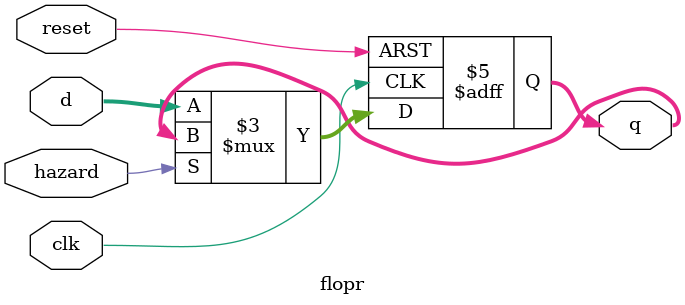
<source format=sv>
`timescale 1ns / 1ps


module flopr#
    (parameter WIDTH = 8)
    (input logic hazard, clk, reset,
     input logic [WIDTH-1:0] d,
     output logic [WIDTH-1:0] q);

always_ff @(posedge clk, posedge reset)
    if (reset) q <= 0;
    else if (hazard == 0) 
        q <= d;
    
endmodule

</source>
